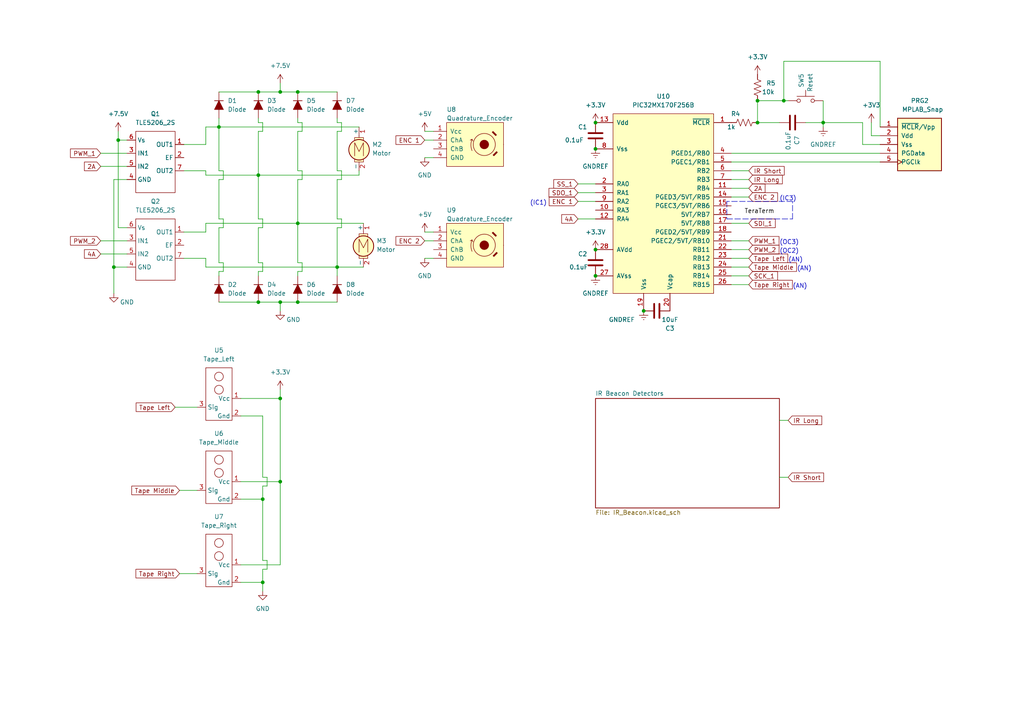
<source format=kicad_sch>
(kicad_sch (version 20211123) (generator eeschema)
  (paper "A4")
  (lib_symbols
    (symbol "218 spdl:Diode" (pin_numbers hide) (pin_names (offset 1.016) hide)
      (property "Reference" "D" (at 0 2.54 0))
      (property "Value" "Diode" (at 0 -2.54 0))
      (symbol "Diode_0_1"
        (polyline (pts (xy -1.27 1.27) (xy -1.27 -1.27)) (stroke (width 0.2032)))
        (polyline (pts (xy 1.27 0) (xy -1.27 0)))
        (polyline (pts (xy 1.27 1.27) (xy 1.27 -1.27) (xy -1.27 0) (xy 1.27 1.27)) (stroke (width 0.2032)) (fill (type outline)))
      )
      (symbol "Diode_1_1"
        (pin passive line (at -3.81 0 0) (length 2.54) (name "K") (number "1"))
        (pin passive line (at 3.81 0 180) (length 2.54) (name "A") (number "2"))
      )
    )
    (symbol "218 spdl:Motor" (pin_names (offset 0))
      (property "Reference" "M" (at 2.54 2.54 0))
      (property "Value" "Motor" (at 2.54 -5.08 0))
      (symbol "Motor_0_0"
        (circle (center 0 -1.524) (radius 2.9718) (stroke (width 0.254)) (fill (type background)))
        (polyline (pts (xy -1.27 -4.318) (xy -1.27 -5.08) (xy 1.27 -5.08) (xy 1.27 -4.318)) (fill (type background)))
        (polyline (pts (xy -1.27 1.27) (xy -1.27 2.032) (xy 1.27 2.032) (xy 1.27 1.27)) (fill (type background)))
        (polyline (pts (xy -1.27 -3.302) (xy -1.27 0.508) (xy 0 -2.032) (xy 1.27 0.508) (xy 1.27 -3.302)))
      )
      (symbol "Motor_0_1"
        (polyline (pts (xy 0 2.032) (xy 0 2.54)))
      )
      (symbol "Motor_1_1"
        (pin passive line (at 0 5.08 270) (length 2.54) (name "+") (number "1"))
        (pin passive line (at 0 -7.62 90) (length 2.54) (name "-") (number "2"))
      )
    )
    (symbol "218 spdl:Quadrature_Encoder" (pin_names (offset 1.016))
      (property "Reference" "U" (at 0 20.32 0))
      (property "Value" "Quadrature_Encoder" (at 2.54 17.78 0))
      (symbol "Quadrature_Encoder_0_1"
        (rectangle (start -3.81 6.35) (end 12.7 -6.35) (fill (type background)))
        (polyline (pts (xy 3.556 1.524) (xy 3.048 1.27)))
        (polyline (pts (xy 3.556 1.524) (xy 3.81 1.016)))
        (polyline (pts (xy 9.398 3.556) (xy 10.414 2.54) (xy 10.668 2.794) (xy 9.652 3.81) (xy 9.398 3.556)) (fill (type outline)))
        (polyline (pts (xy 9.652 -3.048) (xy 10.668 -2.032) (xy 10.922 -2.286) (xy 9.906 -3.302) (xy 9.652 -3.048)) (fill (type outline)))
        (arc (start 3.556 1.524) (mid 3.2334 -0.127) (end 3.556 -1.778))
        (circle (center 7.112 0) (radius 1.27) (fill (type outline)))
        (circle (center 7.112 0) (radius 3.2004))
        (rectangle (start 12.7 0) (end 12.7 0))
      )
      (symbol "Quadrature_Encoder_1_1"
        (pin power_in line (at -7.62 3.81 0) (length 3.81) (name "Vcc") (number "1"))
        (pin output line (at -7.62 1.27 0) (length 3.81) (name "ChA") (number "2"))
        (pin output line (at -7.62 -1.27 0) (length 3.81) (name "ChB") (number "3"))
        (pin power_in line (at -7.62 -3.81 0) (length 3.81) (name "GND") (number "4"))
      )
    )
    (symbol "Custom_Library:Reflectance_Sensor"
      (property "Reference" "U" (at 0 0 0))
      (property "Value" "Reflectance_Sensor" (at 0 2.54 0))
      (symbol "Reflectance_Sensor_0_1"
        (rectangle (start -3.81 -2.54) (end 3.81 -17.78))
        (circle (center 0 -8.89) (radius 1.27))
        (circle (center 0 -5.08) (radius 1.27))
      )
      (symbol "Reflectance_Sensor_1_1"
        (pin input line (at 6.35 -11.43 180) (length 2.54) (name "Vcc") (number "1"))
        (pin input line (at 6.35 -16.51 180) (length 2.54) (name "Gnd") (number "2"))
        (pin output line (at -6.35 -13.97 0) (length 2.54) (name "Sig") (number "3"))
      )
    )
    (symbol "ME218_BaseLib:Cap" (pin_numbers hide) (pin_names (offset 0.254))
      (property "Reference" "C" (at 0.635 2.54 0))
      (property "Value" "Cap" (at 0.635 -2.54 0))
      (symbol "Cap_0_1"
        (polyline (pts (xy -2.032 -0.762) (xy 2.032 -0.762)) (stroke (width 0.508)))
        (polyline (pts (xy -2.032 0.762) (xy 2.032 0.762)) (stroke (width 0.508)))
      )
      (symbol "Cap_1_1"
        (pin passive line (at 0 3.81 270) (length 2.794) (name "~") (number "1"))
        (pin passive line (at 0 -3.81 90) (length 2.794) (name "~") (number "2"))
      )
    )
    (symbol "ME218_BaseLib:MPLAB_Snap" (pin_names (offset 1.016))
      (property "Reference" "PRG" (at 0 8.89 0))
      (property "Value" "MPLAB_Snap" (at 8.89 1.27 90))
      (symbol "MPLAB_Snap_0_1"
        (rectangle (start -6.35 7.62) (end 6.35 -7.62) (stroke (width 0.254)) (fill (type background)))
      )
      (symbol "MPLAB_Snap_1_1"
        (pin output line (at -11.43 5.08 0) (length 5.08) (name "~{MCLR}/Vpp") (number "1"))
        (pin input line (at -11.43 2.54 0) (length 5.08) (name "Vdd") (number "2"))
        (pin input line (at -11.43 0 0) (length 5.08) (name "Vss") (number "3"))
        (pin bidirectional line (at -11.43 -2.54 0) (length 5.08) (name "PGData") (number "4"))
        (pin output clock (at -11.43 -5.08 0) (length 5.08) (name "PGClk") (number "5"))
        (pin no_connect line (at -2.54 -11.43 0) (length 5.08) hide (name "NC") (number "6"))
        (pin no_connect line (at -2.54 -13.97 0) (length 5.08) hide (name "NC") (number "7"))
        (pin no_connect line (at -2.54 -16.51 0) (length 5.08) hide (name "NC") (number "8"))
      )
    )
    (symbol "ME218_BaseLib:PIC32MX170F256B" (pin_names (offset 1.016))
      (property "Reference" "U" (at -20.32 25.4 0))
      (property "Value" "PIC32MX170F256B" (at -7.62 25.4 0))
      (symbol "PIC32MX170F256B_0_1"
        (rectangle (start -21.59 24.13) (end 7.62 -27.94) (fill (type background)))
      )
      (symbol "PIC32MX170F256B_1_1"
        (pin input line (at 12.7 21.59 180) (length 5.08) (name "~{MCLR}") (number "1"))
        (pin bidirectional line (at -26.67 -3.81 0) (length 5.08) (name "RA3") (number "10"))
        (pin bidirectional line (at 12.7 2.54 180) (length 5.08) (name "RB4") (number "11"))
        (pin bidirectional line (at -26.67 -6.35 0) (length 5.08) (name "RA4") (number "12"))
        (pin power_in line (at -26.67 21.59 0) (length 5.08) (name "Vdd") (number "13"))
        (pin bidirectional line (at 12.7 0 180) (length 5.08) (name "PGED3/5VT/RB5") (number "14"))
        (pin bidirectional line (at 12.7 -2.54 180) (length 5.08) (name "PGEC3/5VT/RB6") (number "15"))
        (pin bidirectional line (at 12.7 -5.08 180) (length 5.08) (name "5VT/RB7") (number "16"))
        (pin bidirectional line (at 12.7 -7.62 180) (length 5.08) (name "5VT/RB8") (number "17"))
        (pin bidirectional line (at 12.7 -10.16 180) (length 5.08) (name "PGED2/5VT/RB9") (number "18"))
        (pin power_in line (at -12.7 -33.02 90) (length 5.08) (name "Vss") (number "19"))
        (pin bidirectional line (at -26.67 3.81 0) (length 5.08) (name "RA0") (number "2"))
        (pin input line (at -5.08 -33.02 90) (length 5.08) (name "Vcap") (number "20"))
        (pin bidirectional line (at 12.7 -12.7 180) (length 5.08) (name "PGEC2/5VT/RB10") (number "21"))
        (pin bidirectional line (at 12.7 -15.24 180) (length 5.08) (name "RB11") (number "22"))
        (pin bidirectional line (at 12.7 -17.78 180) (length 5.08) (name "RB12") (number "23"))
        (pin bidirectional line (at 12.7 -20.32 180) (length 5.08) (name "RB13") (number "24"))
        (pin bidirectional line (at 12.7 -22.86 180) (length 5.08) (name "RB14") (number "25"))
        (pin bidirectional line (at 12.7 -25.4 180) (length 5.08) (name "RB15") (number "26"))
        (pin power_in line (at -26.67 -22.86 0) (length 5.08) (name "AVss") (number "27"))
        (pin power_in line (at -26.67 -15.24 0) (length 5.08) (name "AVdd") (number "28"))
        (pin bidirectional line (at -26.67 1.27 0) (length 5.08) (name "RA1") (number "3"))
        (pin bidirectional line (at 12.7 12.7 180) (length 5.08) (name "PGED1/RB0") (number "4"))
        (pin bidirectional line (at 12.7 10.16 180) (length 5.08) (name "PGEC1/RB1") (number "5"))
        (pin bidirectional line (at 12.7 7.62 180) (length 5.08) (name "RB2") (number "6"))
        (pin bidirectional line (at 12.7 5.08 180) (length 5.08) (name "RB3") (number "7"))
        (pin power_in line (at -26.67 13.97 0) (length 5.08) (name "Vss") (number "8"))
        (pin bidirectional line (at -26.67 -1.27 0) (length 5.08) (name "RA2") (number "9"))
      )
    )
    (symbol "ME218_BaseLib:Res1" (pin_numbers hide) (pin_names (offset 0))
      (property "Reference" "R" (at 2.54 0 90))
      (property "Value" "Res1" (at -2.54 0 90))
      (symbol "Res1_0_1"
        (polyline (pts (xy 0 -2.286) (xy 0 -2.54)))
        (polyline (pts (xy 0 2.286) (xy 0 2.54)))
        (polyline (pts (xy 0 -0.762) (xy 1.016 -1.143) (xy 0 -1.524) (xy -1.016 -1.905) (xy 0 -2.286)))
        (polyline (pts (xy 0 0.762) (xy 1.016 0.381) (xy 0 0) (xy -1.016 -0.381) (xy 0 -0.762)))
        (polyline (pts (xy 0 2.286) (xy 1.016 1.905) (xy 0 1.524) (xy -1.016 1.143) (xy 0 0.762)))
      )
      (symbol "Res1_1_1"
        (pin passive line (at 0 3.81 270) (length 1.27) (name "~") (number "1"))
        (pin passive line (at 0 -3.81 90) (length 1.27) (name "~") (number "2"))
      )
    )
    (symbol "ME218_BaseLib:SW-PB" (pin_numbers hide) (pin_names (offset 1.016) hide)
      (property "Reference" "SW" (at 1.27 2.54 0))
      (property "Value" "SW-PB" (at 0 -1.524 0))
      (symbol "SW-PB_0_1"
        (circle (center -2.032 0) (radius 0.508))
        (polyline (pts (xy 0 1.27) (xy 0 3.048)))
        (polyline (pts (xy 2.54 1.27) (xy -2.54 1.27)))
        (circle (center 2.032 0) (radius 0.508))
        (pin passive line (at -5.08 0 0) (length 2.54) (name "1") (number "1"))
        (pin passive line (at 5.08 0 180) (length 2.54) (name "2") (number "2"))
      )
    )
    (symbol "TLE5206_2S_1"
      (property "Reference" "Q" (at 0 0 0))
      (property "Value" "TLE5206_2S_1" (at 0 2.54 0))
      (symbol "TLE5206_2S_1_0_1"
        (rectangle (start -5.08 -1.27) (end 6.35 -19.05))
      )
      (symbol "TLE5206_2S_1_1_1"
        (pin input line (at 8.89 -5.08 180) (length 2.54) (name "OUT1") (number "1"))
        (pin input line (at 8.89 -8.89 180) (length 2.54) (name "EF") (number "2"))
        (pin input line (at -7.62 -7.62 0) (length 2.54) (name "IN1") (number "3"))
        (pin input line (at -7.62 -15.24 0) (length 2.54) (name "GND") (number "4"))
        (pin input line (at -7.62 -11.43 0) (length 2.54) (name "IN2") (number "5"))
        (pin input line (at -7.62 -3.81 0) (length 2.54) (name "Vs") (number "6"))
        (pin input line (at 8.89 -12.7 180) (length 2.54) (name "OUT2") (number "7"))
      )
    )
    (symbol "TLE5206_2S_2"
      (property "Reference" "Q" (at 0 0 0))
      (property "Value" "TLE5206_2S_2" (at 0 2.54 0))
      (symbol "TLE5206_2S_2_0_1"
        (rectangle (start -5.08 -1.27) (end 6.35 -19.05))
      )
      (symbol "TLE5206_2S_2_1_1"
        (pin input line (at 8.89 -5.08 180) (length 2.54) (name "OUT1") (number "1"))
        (pin input line (at 8.89 -8.89 180) (length 2.54) (name "EF") (number "2"))
        (pin input line (at -7.62 -7.62 0) (length 2.54) (name "IN1") (number "3"))
        (pin input line (at -7.62 -15.24 0) (length 2.54) (name "GND") (number "4"))
        (pin input line (at -7.62 -11.43 0) (length 2.54) (name "IN2") (number "5"))
        (pin input line (at -7.62 -3.81 0) (length 2.54) (name "Vs") (number "6"))
        (pin input line (at 8.89 -12.7 180) (length 2.54) (name "OUT2") (number "7"))
      )
    )
    (symbol "power:+3.3V" (power) (pin_names (offset 0))
      (property "Value" "+3.3V" (at 0 3.556 0))
      (symbol "+3.3V_0_1"
        (polyline (pts (xy -0.762 1.27) (xy 0 2.54)))
        (polyline (pts (xy 0 0) (xy 0 2.54)))
        (polyline (pts (xy 0 2.54) (xy 0.762 1.27)))
      )
      (symbol "+3.3V_1_1"
        (pin power_in line (at 0 0 90) (length 0) hide (name "+3.3V") (number "1"))
      )
    )
    (symbol "power:+3V3" (power) (pin_names (offset 0))
      (property "Value" "+3V3" (at 0 3.556 0))
      (symbol "+3V3_0_1"
        (polyline (pts (xy -0.762 1.27) (xy 0 2.54)))
        (polyline (pts (xy 0 0) (xy 0 2.54)))
        (polyline (pts (xy 0 2.54) (xy 0.762 1.27)))
      )
      (symbol "+3V3_1_1"
        (pin power_in line (at 0 0 90) (length 0) hide (name "+3V3") (number "1"))
      )
    )
    (symbol "power:+5V" (power) (pin_names (offset 0))
      (property "Value" "+5V" (at 0 3.556 0))
      (symbol "+5V_0_1"
        (polyline (pts (xy -0.762 1.27) (xy 0 2.54)))
        (polyline (pts (xy 0 0) (xy 0 2.54)))
        (polyline (pts (xy 0 2.54) (xy 0.762 1.27)))
      )
      (symbol "+5V_1_1"
        (pin power_in line (at 0 0 90) (length 0) hide (name "+5V") (number "1"))
      )
    )
    (symbol "power:+7.5V" (power) (pin_names (offset 0))
      (property "Value" "+7.5V" (at 0 3.556 0))
      (symbol "+7.5V_0_1"
        (polyline (pts (xy -0.762 1.27) (xy 0 2.54)))
        (polyline (pts (xy 0 0) (xy 0 2.54)))
        (polyline (pts (xy 0 2.54) (xy 0.762 1.27)))
      )
      (symbol "+7.5V_1_1"
        (pin power_in line (at 0 0 90) (length 0) hide (name "+7.5V") (number "1"))
      )
    )
    (symbol "power:GND" (power) (pin_names (offset 0))
      (property "Value" "GND" (at 0 -3.81 0))
      (symbol "GND_0_1"
        (polyline (pts (xy 0 0) (xy 0 -1.27) (xy 1.27 -1.27) (xy 0 -2.54) (xy -1.27 -1.27) (xy 0 -1.27)))
      )
      (symbol "GND_1_1"
        (pin power_in line (at 0 0 270) (length 0) hide (name "GND") (number "1"))
      )
    )
    (symbol "power:GNDREF" (power) (pin_names (offset 0))
      (property "Value" "GNDREF" (at 0 -3.81 0))
      (symbol "GNDREF_0_1"
        (polyline (pts (xy -0.635 -1.905) (xy 0.635 -1.905)))
        (polyline (pts (xy -0.127 -2.54) (xy 0.127 -2.54)))
        (polyline (pts (xy 0 -1.27) (xy 0 0)))
        (polyline (pts (xy 1.27 -1.27) (xy -1.27 -1.27)))
      )
      (symbol "GNDREF_1_1"
        (pin power_in line (at 0 0 270) (length 0) hide (name "GNDREF") (number "1"))
      )
    )
  )
  (junction (at 76.2 168.91))
  (junction (at 33.02 77.47))
  (junction (at 81.28 26.67))
  (junction (at 34.29 40.64))
  (junction (at 227.33 29.21))
  (junction (at 172.72 35.56))
  (junction (at 172.72 72.39))
  (junction (at 74.93 26.67))
  (junction (at 81.28 87.63))
  (junction (at 86.36 64.77))
  (junction (at 238.76 35.56))
  (junction (at 63.5 36.83))
  (junction (at 74.93 87.63))
  (junction (at 172.72 80.01))
  (junction (at 86.36 26.67))
  (junction (at 76.2 144.78))
  (junction (at 86.36 87.63))
  (junction (at 74.93 50.8))
  (junction (at 81.28 139.7))
  (junction (at 172.72 43.18))
  (junction (at 219.71 29.21))
  (junction (at 81.28 115.57))
  (junction (at 219.71 35.56))
  (junction (at 186.69 90.17))
  (junction (at 97.79 77.47))
  (wire (pts (xy 52.07 166.37) (xy 57.15 166.37)))
  (wire (pts (xy 99.06 35.56) (xy 99.06 38.1)))
  (wire (pts (xy 76.2 78.74) (xy 76.2 76.2)))
  (wire (pts (xy 227.33 17.78) (xy 255.27 17.78)))
  (polyline (pts (xy 210.82 58.42) (xy 210.82 63.5)))
  (wire (pts (xy 87.63 52.07) (xy 86.36 52.07)))
  (wire (pts (xy 63.5 66.04) (xy 64.77 66.04)))
  (wire (pts (xy 69.85 163.83) (xy 81.28 163.83)))
  (wire (pts (xy 81.28 87.63) (xy 81.28 90.17)))
  (wire (pts (xy 167.64 58.42) (xy 172.72 58.42)))
  (wire (pts (xy 86.36 64.77) (xy 86.36 76.2)))
  (wire (pts (xy 86.36 26.67) (xy 97.79 26.67)))
  (wire (pts (xy 167.64 53.34) (xy 172.72 53.34)))
  (wire (pts (xy 219.71 29.21) (xy 219.71 35.56)))
  (wire (pts (xy 63.5 26.67) (xy 74.93 26.67)))
  (wire (pts (xy 233.68 35.56) (xy 238.76 35.56)))
  (wire (pts (xy 63.5 78.74) (xy 64.77 78.74)))
  (wire (pts (xy 74.93 87.63) (xy 81.28 87.63)))
  (wire (pts (xy 81.28 26.67) (xy 86.36 26.67)))
  (wire (pts (xy 252.73 35.56) (xy 252.73 39.37)))
  (wire (pts (xy 53.34 67.31) (xy 59.69 67.31)))
  (wire (pts (xy 74.93 66.04) (xy 76.2 66.04)))
  (wire (pts (xy 97.79 52.07) (xy 97.79 63.5)))
  (wire (pts (xy 64.77 78.74) (xy 64.77 76.2)))
  (wire (pts (xy 123.19 69.85) (xy 125.73 69.85)))
  (wire (pts (xy 212.09 77.47) (xy 217.17 77.47)))
  (wire (pts (xy 87.63 38.1) (xy 86.36 38.1)))
  (wire (pts (xy 97.79 63.5) (xy 99.06 63.5)))
  (wire (pts (xy 76.2 35.56) (xy 76.2 38.1)))
  (wire (pts (xy 59.69 64.77) (xy 86.36 64.77)))
  (wire (pts (xy 97.79 49.53) (xy 99.06 49.53)))
  (wire (pts (xy 167.64 55.88) (xy 172.72 55.88)))
  (wire (pts (xy 52.07 142.24) (xy 57.15 142.24)))
  (wire (pts (xy 212.09 69.85) (xy 217.17 69.85)))
  (wire (pts (xy 86.36 38.1) (xy 86.36 49.53)))
  (wire (pts (xy 226.06 121.92) (xy 228.6 121.92)))
  (wire (pts (xy 87.63 35.56) (xy 87.63 38.1)))
  (wire (pts (xy 86.36 80.01) (xy 86.36 78.74)))
  (wire (pts (xy 238.76 35.56) (xy 250.19 35.56)))
  (wire (pts (xy 86.36 49.53) (xy 87.63 49.53)))
  (wire (pts (xy 227.33 17.78) (xy 227.33 29.21)))
  (wire (pts (xy 99.06 38.1) (xy 97.79 38.1)))
  (wire (pts (xy 123.19 38.1) (xy 125.73 38.1)))
  (wire (pts (xy 69.85 120.65) (xy 76.2 120.65)))
  (wire (pts (xy 212.09 72.39) (xy 217.17 72.39)))
  (wire (pts (xy 104.14 49.53) (xy 104.14 50.8)))
  (wire (pts (xy 29.21 73.66) (xy 36.83 73.66)))
  (wire (pts (xy 97.79 35.56) (xy 99.06 35.56)))
  (wire (pts (xy 36.83 40.64) (xy 34.29 40.64)))
  (wire (pts (xy 81.28 139.7) (xy 81.28 115.57)))
  (wire (pts (xy 76.2 168.91) (xy 69.85 168.91)))
  (wire (pts (xy 76.2 144.78) (xy 76.2 162.56)))
  (wire (pts (xy 123.19 74.93) (xy 125.73 74.93)))
  (wire (pts (xy 228.6 29.21) (xy 227.33 29.21)))
  (wire (pts (xy 63.5 34.29) (xy 63.5 36.83)))
  (wire (pts (xy 76.2 38.1) (xy 74.93 38.1)))
  (wire (pts (xy 86.36 78.74) (xy 87.63 78.74)))
  (wire (pts (xy 212.09 44.45) (xy 255.27 44.45)))
  (wire (pts (xy 77.47 140.97) (xy 76.2 140.97)))
  (wire (pts (xy 76.2 120.65) (xy 76.2 138.43)))
  (wire (pts (xy 226.06 138.43) (xy 228.6 138.43)))
  (wire (pts (xy 76.2 140.97) (xy 76.2 144.78)))
  (wire (pts (xy 63.5 80.01) (xy 63.5 78.74)))
  (wire (pts (xy 99.06 49.53) (xy 99.06 52.07)))
  (wire (pts (xy 87.63 49.53) (xy 87.63 52.07)))
  (wire (pts (xy 86.36 64.77) (xy 105.41 64.77)))
  (wire (pts (xy 97.79 77.47) (xy 105.41 77.47)))
  (wire (pts (xy 87.63 78.74) (xy 87.63 76.2)))
  (wire (pts (xy 69.85 139.7) (xy 81.28 139.7)))
  (wire (pts (xy 59.69 67.31) (xy 59.69 64.77)))
  (wire (pts (xy 74.93 35.56) (xy 76.2 35.56)))
  (wire (pts (xy 227.33 29.21) (xy 219.71 29.21)))
  (wire (pts (xy 36.83 77.47) (xy 33.02 77.47)))
  (wire (pts (xy 74.93 80.01) (xy 74.93 78.74)))
  (wire (pts (xy 50.8 118.11) (xy 57.15 118.11)))
  (polyline (pts (xy 229.87 58.42) (xy 210.82 58.42)))
  (wire (pts (xy 63.5 87.63) (xy 74.93 87.63)))
  (wire (pts (xy 63.5 52.07) (xy 63.5 63.5)))
  (wire (pts (xy 29.21 48.26) (xy 36.83 48.26)))
  (wire (pts (xy 97.79 66.04) (xy 97.79 77.47)))
  (wire (pts (xy 64.77 66.04) (xy 64.77 63.5)))
  (wire (pts (xy 99.06 66.04) (xy 97.79 66.04)))
  (wire (pts (xy 36.83 52.07) (xy 33.02 52.07)))
  (wire (pts (xy 212.09 54.61) (xy 217.17 54.61)))
  (wire (pts (xy 238.76 35.56) (xy 238.76 36.83)))
  (wire (pts (xy 74.93 50.8) (xy 74.93 63.5)))
  (wire (pts (xy 99.06 52.07) (xy 97.79 52.07)))
  (wire (pts (xy 212.09 80.01) (xy 217.17 80.01)))
  (wire (pts (xy 74.93 78.74) (xy 76.2 78.74)))
  (wire (pts (xy 99.06 63.5) (xy 99.06 66.04)))
  (wire (pts (xy 59.69 74.93) (xy 59.69 77.47)))
  (wire (pts (xy 63.5 36.83) (xy 104.14 36.83)))
  (wire (pts (xy 29.21 69.85) (xy 36.83 69.85)))
  (wire (pts (xy 87.63 76.2) (xy 86.36 76.2)))
  (wire (pts (xy 212.09 46.99) (xy 255.27 46.99)))
  (wire (pts (xy 76.2 63.5) (xy 74.93 63.5)))
  (wire (pts (xy 34.29 66.04) (xy 34.29 40.64)))
  (wire (pts (xy 74.93 38.1) (xy 74.93 50.8)))
  (wire (pts (xy 212.09 64.77) (xy 217.17 64.77)))
  (wire (pts (xy 69.85 144.78) (xy 76.2 144.78)))
  (wire (pts (xy 76.2 162.56) (xy 77.47 162.56)))
  (wire (pts (xy 255.27 41.91) (xy 250.19 41.91)))
  (wire (pts (xy 76.2 76.2) (xy 74.93 76.2)))
  (wire (pts (xy 69.85 115.57) (xy 81.28 115.57)))
  (wire (pts (xy 74.93 76.2) (xy 74.93 66.04)))
  (wire (pts (xy 81.28 163.83) (xy 81.28 139.7)))
  (wire (pts (xy 255.27 39.37) (xy 252.73 39.37)))
  (wire (pts (xy 238.76 29.21) (xy 238.76 35.56)))
  (wire (pts (xy 33.02 77.47) (xy 33.02 85.09)))
  (wire (pts (xy 63.5 76.2) (xy 63.5 66.04)))
  (wire (pts (xy 97.79 38.1) (xy 97.79 49.53)))
  (wire (pts (xy 59.69 77.47) (xy 97.79 77.47)))
  (wire (pts (xy 219.71 35.56) (xy 226.06 35.56)))
  (wire (pts (xy 86.36 87.63) (xy 97.79 87.63)))
  (wire (pts (xy 64.77 52.07) (xy 63.5 52.07)))
  (wire (pts (xy 212.09 52.07) (xy 217.17 52.07)))
  (wire (pts (xy 53.34 41.91) (xy 59.69 41.91)))
  (wire (pts (xy 64.77 49.53) (xy 64.77 52.07)))
  (wire (pts (xy 53.34 74.93) (xy 59.69 74.93)))
  (wire (pts (xy 167.64 63.5) (xy 172.72 63.5)))
  (wire (pts (xy 36.83 66.04) (xy 34.29 66.04)))
  (wire (pts (xy 97.79 77.47) (xy 97.79 80.01)))
  (wire (pts (xy 33.02 52.07) (xy 33.02 77.47)))
  (wire (pts (xy 76.2 138.43) (xy 77.47 138.43)))
  (wire (pts (xy 123.19 40.64) (xy 125.73 40.64)))
  (wire (pts (xy 212.09 57.15) (xy 217.17 57.15)))
  (wire (pts (xy 29.21 44.45) (xy 36.83 44.45)))
  (wire (pts (xy 76.2 165.1) (xy 76.2 168.91)))
  (wire (pts (xy 59.69 50.8) (xy 74.93 50.8)))
  (wire (pts (xy 64.77 63.5) (xy 63.5 63.5)))
  (wire (pts (xy 86.36 35.56) (xy 87.63 35.56)))
  (wire (pts (xy 53.34 49.53) (xy 59.69 49.53)))
  (wire (pts (xy 59.69 49.53) (xy 59.69 50.8)))
  (wire (pts (xy 59.69 36.83) (xy 63.5 36.83)))
  (wire (pts (xy 86.36 34.29) (xy 86.36 35.56)))
  (polyline (pts (xy 229.87 63.5) (xy 229.87 58.42)))
  (wire (pts (xy 81.28 87.63) (xy 86.36 87.63)))
  (wire (pts (xy 123.19 67.31) (xy 125.73 67.31)))
  (wire (pts (xy 81.28 24.13) (xy 81.28 26.67)))
  (wire (pts (xy 63.5 49.53) (xy 64.77 49.53)))
  (wire (pts (xy 59.69 41.91) (xy 59.69 36.83)))
  (wire (pts (xy 77.47 162.56) (xy 77.47 165.1)))
  (polyline (pts (xy 210.82 63.5) (xy 229.87 63.5)))
  (wire (pts (xy 123.19 45.72) (xy 125.73 45.72)))
  (wire (pts (xy 77.47 138.43) (xy 77.47 140.97)))
  (wire (pts (xy 97.79 34.29) (xy 97.79 35.56)))
  (wire (pts (xy 74.93 34.29) (xy 74.93 35.56)))
  (wire (pts (xy 34.29 40.64) (xy 34.29 38.1)))
  (wire (pts (xy 255.27 36.83) (xy 255.27 17.78)))
  (wire (pts (xy 77.47 165.1) (xy 76.2 165.1)))
  (wire (pts (xy 212.09 82.55) (xy 217.17 82.55)))
  (wire (pts (xy 76.2 66.04) (xy 76.2 63.5)))
  (wire (pts (xy 64.77 76.2) (xy 63.5 76.2)))
  (wire (pts (xy 212.09 74.93) (xy 217.17 74.93)))
  (wire (pts (xy 76.2 171.45) (xy 76.2 168.91)))
  (wire (pts (xy 212.09 49.53) (xy 217.17 49.53)))
  (wire (pts (xy 81.28 115.57) (xy 81.28 113.03)))
  (wire (pts (xy 86.36 52.07) (xy 86.36 64.77)))
  (wire (pts (xy 74.93 26.67) (xy 81.28 26.67)))
  (wire (pts (xy 63.5 36.83) (xy 63.5 49.53)))
  (wire (pts (xy 74.93 50.8) (xy 104.14 50.8)))
  (wire (pts (xy 250.19 35.56) (xy 250.19 41.91)))
  (text "(IC1)" (at 153.67 59.69 0) (effects (font (size 1.27 1.27)) (justify left bottom)))
  (text "(AN)" (at 231.14 78.74 0) (effects (font (size 1.27 1.27)) (justify left bottom)))
  (text "(OC3)" (at 226.06 71.12 0) (effects (font (size 1.27 1.27)) (justify left bottom)))
  (text "(OC2)" (at 226.06 73.66 0) (effects (font (size 1.27 1.27)) (justify left bottom)))
  (text "(IC3)" (at 226.06 58.42 0) (effects (font (size 1.27 1.27)) (justify left bottom)))
  (text "(AN)" (at 229.87 83.82 0) (effects (font (size 1.27 1.27)) (justify left bottom)))
  (text "(AN)" (at 228.6 76.2 0) (effects (font (size 1.27 1.27)) (justify left bottom)))
  (label "TeraTerm" (at 215.9 62.23 0))
  (global_label "PWM_2" (shape input) (at 29.21 69.85 180) (property "Intersheet References" "${INTERSHEET_REFS}" (effects hide)))
  (global_label "Tape Left" (shape input) (at 50.8 118.11 180) (property "Intersheet References" "${INTERSHEET_REFS}" (effects hide)))
  (global_label "PWM_1" (shape input) (at 29.21 44.45 180) (property "Intersheet References" "${INTERSHEET_REFS}" (effects hide)))
  (global_label "PWM_2" (shape input) (at 217.17 72.39 0) (property "Intersheet References" "${INTERSHEET_REFS}" (effects hide)))
  (global_label "2A" (shape input) (at 29.21 48.26 180) (property "Intersheet References" "${INTERSHEET_REFS}" (effects hide)))
  (global_label "IR Short" (shape input) (at 228.6 138.43 0) (property "Intersheet References" "${INTERSHEET_REFS}" (effects hide)))
  (global_label "Tape Left" (shape input) (at 217.17 74.93 0) (property "Intersheet References" "${INTERSHEET_REFS}" (effects hide)))
  (global_label "Tape Middle" (shape input) (at 217.17 77.47 0) (property "Intersheet References" "${INTERSHEET_REFS}" (effects hide)))
  (global_label "ENC 1" (shape input) (at 123.19 40.64 180) (property "Intersheet References" "${INTERSHEET_REFS}" (effects hide)))
  (global_label "SDO_1" (shape input) (at 167.64 55.88 180) (property "Intersheet References" "${INTERSHEET_REFS}" (effects hide)))
  (global_label "IR Long" (shape input) (at 228.6 121.92 0) (property "Intersheet References" "${INTERSHEET_REFS}" (effects hide)))
  (global_label "IR Short" (shape input) (at 217.17 49.53 0) (property "Intersheet References" "${INTERSHEET_REFS}" (effects hide)))
  (global_label "SCK_1" (shape input) (at 217.17 80.01 0) (property "Intersheet References" "${INTERSHEET_REFS}" (effects hide)))
  (global_label "ENC 1" (shape input) (at 167.64 58.42 180) (property "Intersheet References" "${INTERSHEET_REFS}" (effects hide)))
  (global_label "4A" (shape input) (at 29.21 73.66 180) (property "Intersheet References" "${INTERSHEET_REFS}" (effects hide)))
  (global_label "Tape Right" (shape input) (at 217.17 82.55 0) (property "Intersheet References" "${INTERSHEET_REFS}" (effects hide)))
  (global_label "SS_1" (shape input) (at 167.64 53.34 180) (property "Intersheet References" "${INTERSHEET_REFS}" (effects hide)))
  (global_label "IR Long" (shape input) (at 217.17 52.07 0) (property "Intersheet References" "${INTERSHEET_REFS}" (effects hide)))
  (global_label "SDI_1" (shape input) (at 217.17 64.77 0) (property "Intersheet References" "${INTERSHEET_REFS}" (effects hide)))
  (global_label "ENC 2" (shape input) (at 123.19 69.85 180) (property "Intersheet References" "${INTERSHEET_REFS}" (effects hide)))
  (global_label "4A" (shape input) (at 167.64 63.5 180) (property "Intersheet References" "${INTERSHEET_REFS}" (effects hide)))
  (global_label "Tape Right" (shape input) (at 52.07 166.37 180) (property "Intersheet References" "${INTERSHEET_REFS}" (effects hide)))
  (global_label "PWM_1" (shape input) (at 217.17 69.85 0) (property "Intersheet References" "${INTERSHEET_REFS}" (effects hide)))
  (global_label "Tape Middle" (shape input) (at 52.07 142.24 180) (property "Intersheet References" "${INTERSHEET_REFS}" (effects hide)))
  (global_label "ENC 2" (shape input) (at 217.17 57.15 0) (property "Intersheet References" "${INTERSHEET_REFS}" (effects hide)))
  (global_label "2A" (shape input) (at 217.17 54.61 0) (property "Intersheet References" "${INTERSHEET_REFS}" (effects hide)))
  (symbol (lib_id "Custom_Library:Reflectance_Sensor") (at 63.5 128.27 0) (unit 1)
    (property "Reference" "U6" (at 63.5 125.73 0))
    (property "Value" "Tape_Middle" (at 63.5 128.27 0))
  )
  (symbol (lib_id "power:GND") (at 123.19 45.72 0) (unit 1)
    (property "Reference" "#PWR028" (effects hide))
    (property "Value" "GND" (at 123.19 50.8 0))
  )
  (symbol (lib_id "power:+3.3V") (at 172.72 35.56 0) (unit 1)
    (property "Reference" "#PWR031" (effects hide))
    (property "Value" "+3.3V" (at 172.72 30.48 0))
  )
  (symbol (lib_id "ME218_BaseLib:Res1") (at 215.9 35.56 90) (unit 1)
    (property "Reference" "R4" (at 213.36 33.02 90))
    (property "Value" "1k" (at 212.09 36.83 90))
  )
  (symbol (lib_id "power:+5V") (at 123.19 38.1 0) (unit 1)
    (property "Reference" "#PWR027" (effects hide))
    (property "Value" "+5V" (at 123.19 33.02 0))
  )
  (symbol (lib_id "ME218_BaseLib:SW-PB") (at 233.68 29.21 0) (unit 1)
    (property "Reference" "SW5" (at 232.4099 25.4 90) (effects (justify left)))
    (property "Value" " Reset" (at 234.95 26.67 90) (effects (justify left)))
  )
  (symbol (lib_id "218 spdl:Diode") (at 97.79 30.48 270) (unit 1)
    (property "Reference" "D7" (at 100.33 29.2099 90) (effects (justify left)))
    (property "Value" "Diode" (at 100.33 31.7499 90) (effects (justify left)))
  )
  (symbol (lib_id "power:GND") (at 76.2 171.45 0) (unit 1)
    (property "Reference" "#PWR023" (effects hide))
    (property "Value" "GND" (at 76.2 176.53 0))
  )
  (symbol (lib_id "ME218_BaseLib:Cap") (at 172.72 39.37 180) (unit 1)
    (property "Reference" "C1" (at 167.64 36.83 0) (effects (justify right)))
    (property "Value" " 0.1uF" (at 163.83 40.64 0) (effects (justify right)))
  )
  (symbol (lib_id "power:GNDREF") (at 238.76 36.83 0) (unit 1)
    (property "Reference" "#PWR037" (effects hide))
    (property "Value" "GNDREF" (at 238.76 41.91 0))
  )
  (symbol (lib_id "power:+3.3V") (at 81.28 113.03 0) (unit 1)
    (property "Reference" "#PWR026" (effects hide))
    (property "Value" "+3.3V" (at 81.28 107.95 0))
  )
  (symbol (lib_id "218 spdl:Motor") (at 104.14 41.91 0) (unit 1)
    (property "Reference" "M2" (at 107.95 41.9099 0) (effects (justify left)))
    (property "Value" "Motor" (at 107.95 44.4499 0) (effects (justify left)))
  )
  (symbol (lib_id "power:GNDREF") (at 172.72 43.18 0) (unit 1)
    (property "Reference" "#PWR032" (effects hide))
    (property "Value" "GNDREF" (at 172.72 48.26 0))
  )
  (symbol (lib_id "ME218_BaseLib:Cap") (at 229.87 35.56 270) (unit 1)
    (property "Reference" "C7" (at 231.1401 39.37 0) (effects (justify left)))
    (property "Value" " 0.1uF" (at 228.6 38.1 0) (effects (justify left)))
  )
  (symbol (lib_id "218 spdl:Diode") (at 74.93 83.82 270) (unit 1)
    (property "Reference" "D4" (at 77.47 82.5499 90) (effects (justify left)))
    (property "Value" "Diode" (at 77.47 85.0899 90) (effects (justify left)))
  )
  (symbol (lib_id "218 spdl:Diode") (at 86.36 83.82 270) (unit 1)
    (property "Reference" "D6" (at 88.9 82.5499 90) (effects (justify left)))
    (property "Value" "Diode" (at 88.9 85.0899 90) (effects (justify left)))
  )
  (symbol (lib_name "TLE5206_2S_2") (lib_id "Custom_Library:TLE5206_2S") (at 44.45 62.23 0) (unit 1)
    (property "Reference" "Q2" (at 45.085 58.42 0))
    (property "Value" "TLE5206_2S" (at 45.085 60.96 0))
  )
  (symbol (lib_id "power:+7.5V") (at 34.29 38.1 0) (unit 1)
    (property "Reference" "#PWR022" (effects hide))
    (property "Value" "+7.5V" (at 34.29 33.02 0))
  )
  (symbol (lib_id "Custom_Library:Reflectance_Sensor") (at 63.5 104.14 0) (unit 1)
    (property "Reference" "U5" (at 63.5 101.6 0))
    (property "Value" "Tape_Left" (at 63.5 104.14 0))
  )
  (symbol (lib_id "power:GND") (at 123.19 74.93 0) (unit 1)
    (property "Reference" "#PWR030" (effects hide))
    (property "Value" "GND" (at 123.19 80.01 0))
  )
  (symbol (lib_id "power:+5V") (at 123.19 67.31 0) (unit 1)
    (property "Reference" "#PWR029" (effects hide))
    (property "Value" "+5V" (at 123.19 62.23 0))
  )
  (symbol (lib_name "TLE5206_2S_1") (lib_id "Custom_Library:TLE5206_2S") (at 44.45 36.83 0) (unit 1)
    (property "Reference" "Q1" (at 45.085 33.02 0))
    (property "Value" "TLE5206_2S" (at 45.085 35.56 0))
  )
  (symbol (lib_id "power:+3.3V") (at 172.72 72.39 0) (unit 1)
    (property "Reference" "#PWR033" (effects hide))
    (property "Value" "+3.3V" (at 172.72 67.31 0))
  )
  (symbol (lib_id "218 spdl:Diode") (at 74.93 30.48 270) (unit 1)
    (property "Reference" "D3" (at 77.47 29.2099 90) (effects (justify left)))
    (property "Value" "Diode" (at 77.47 31.7499 90) (effects (justify left)))
  )
  (symbol (lib_id "power:GNDREF") (at 186.69 90.17 0) (unit 1)
    (property "Reference" "#PWR035" (effects hide))
    (property "Value" "GNDREF" (at 180.34 92.71 0))
  )
  (symbol (lib_id "power:GND") (at 81.28 90.17 0) (unit 1)
    (property "Reference" "#PWR025" (effects hide))
    (property "Value" "GND" (at 85.09 92.71 0))
  )
  (symbol (lib_id "ME218_BaseLib:Cap") (at 172.72 76.2 0) (unit 1)
    (property "Reference" "C2" (at 167.64 73.66 0) (effects (justify left)))
    (property "Value" "0.1uF" (at 165.1 77.47 0) (effects (justify left)))
  )
  (symbol (lib_id "power:+3V3") (at 252.73 35.56 0) (unit 1)
    (property "Reference" "#PWR038" (effects hide))
    (property "Value" "+3V3" (at 252.73 30.48 0))
  )
  (symbol (lib_id "ME218_BaseLib:Cap") (at 190.5 90.17 90) (unit 1)
    (property "Reference" "C3" (at 194.31 95.25 90))
    (property "Value" " 10uF" (at 194.31 92.71 90))
  )
  (symbol (lib_id "218 spdl:Quadrature_Encoder") (at 133.35 41.91 0) (unit 1)
    (property "Reference" "U8" (at 129.54 31.75 0) (effects (justify left)))
    (property "Value" "Quadrature_Encoder" (at 129.54 34.29 0) (effects (justify left)))
  )
  (symbol (lib_id "218 spdl:Diode") (at 63.5 30.48 270) (unit 1)
    (property "Reference" "D1" (at 66.04 29.2099 90) (effects (justify left)))
    (property "Value" "Diode" (at 66.04 31.7499 90) (effects (justify left)))
  )
  (symbol (lib_id "power:+7.5V") (at 81.28 24.13 0) (unit 1)
    (property "Reference" "#PWR024" (effects hide))
    (property "Value" "+7.5V" (at 81.28 19.05 0))
  )
  (symbol (lib_id "ME218_BaseLib:Res1") (at 219.71 25.4 0) (unit 1)
    (property "Reference" "R5" (at 222.25 24.1299 0) (effects (justify left)))
    (property "Value" " 10k" (at 220.98 26.67 0) (effects (justify left)))
  )
  (symbol (lib_id "ME218_BaseLib:MPLAB_Snap") (at 266.7 41.91 0) (unit 1)
    (property "Reference" "PRG2" (at 264.16 29.21 0) (effects (justify left)))
    (property "Value" "MPLAB_Snap" (at 261.62 31.75 0) (effects (justify left)))
  )
  (symbol (lib_id "Custom_Library:Reflectance_Sensor") (at 63.5 152.4 0) (unit 1)
    (property "Reference" "U7" (at 63.5 149.86 0))
    (property "Value" "Tape_Right" (at 63.5 152.4 0))
  )
  (symbol (lib_id "power:GND") (at 33.02 85.09 0) (unit 1)
    (property "Reference" "#PWR020" (effects hide))
    (property "Value" "GND" (at 36.83 87.63 0))
  )
  (symbol (lib_id "218 spdl:Quadrature_Encoder") (at 133.35 71.12 0) (unit 1)
    (property "Reference" "U9" (at 129.54 60.96 0) (effects (justify left)))
    (property "Value" "Quadrature_Encoder" (at 129.54 63.5 0) (effects (justify left)))
  )
  (symbol (lib_id "218 spdl:Diode") (at 97.79 83.82 270) (unit 1)
    (property "Reference" "D8" (at 100.33 82.5499 90) (effects (justify left)))
    (property "Value" "Diode" (at 100.33 85.0899 90) (effects (justify left)))
  )
  (symbol (lib_id "power:GNDREF") (at 172.72 80.01 0) (unit 1)
    (property "Reference" "#PWR034" (effects hide))
    (property "Value" "GNDREF" (at 172.72 85.09 0))
  )
  (symbol (lib_id "ME218_BaseLib:PIC32MX170F256B") (at 199.39 57.15 0) (unit 1)
    (property "Reference" "U10" (at 192.405 27.94 0))
    (property "Value" "PIC32MX170F256B" (at 192.405 30.48 0))
  )
  (symbol (lib_id "power:+3.3V") (at 219.71 21.59 0) (unit 1)
    (property "Reference" "#PWR036" (effects hide))
    (property "Value" "+3.3V" (at 219.71 16.51 0))
  )
  (symbol (lib_id "218 spdl:Diode") (at 63.5 83.82 270) (unit 1)
    (property "Reference" "D2" (at 66.04 82.5499 90) (effects (justify left)))
    (property "Value" "Diode" (at 66.04 85.0899 90) (effects (justify left)))
  )
  (symbol (lib_id "218 spdl:Motor") (at 105.41 69.85 0) (unit 1)
    (property "Reference" "M3" (at 109.22 69.8499 0) (effects (justify left)))
    (property "Value" "Motor" (at 109.22 72.3899 0) (effects (justify left)))
  )
  (symbol (lib_id "218 spdl:Diode") (at 86.36 30.48 270) (unit 1)
    (property "Reference" "D5" (at 88.9 29.2099 90) (effects (justify left)))
    (property "Value" "Diode" (at 88.9 31.7499 90) (effects (justify left)))
  )
  (sheet (at 172.72 115.57) (size 53.34 31.75) (stroke (width 0.1524))
    (property "Sheet name" "IR Beacon Detectors" (at 172.72 114.8584 0) (effects (justify left bottom)))
    (property "Sheet file" "IR_Beacon.kicad_sch" (at 172.72 147.9046 0) (effects (justify left top)))
  )
)
</source>
